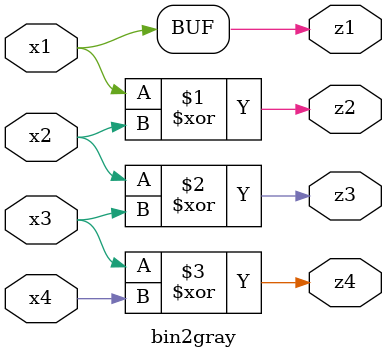
<source format=v>
module bin2gray(x1,x2,x3,x4,z1,z2,z3,z4);

input  x1,x2,x3,x4;
output z1,z2,z3,z4;

//wire z1,z2,z3,z4;

buf Buff (z1, x1);
xor E_Or (z2, x1, x2);
xor E_Or1(z3, x2, x3);
xor E_Or2(z4, x3, x4);

endmodule

</source>
